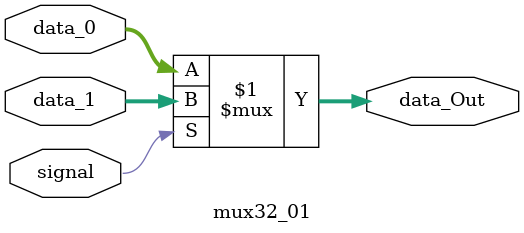
<source format=v>
module mux32_01 (
    input wire        signal,
    input wire [31:0] data_0,
    input wire [31:0] data_1,
    output wire [31:0] data_Out
);

    assign data_Out = (signal) ? data_1 : data_0;

endmodule
</source>
